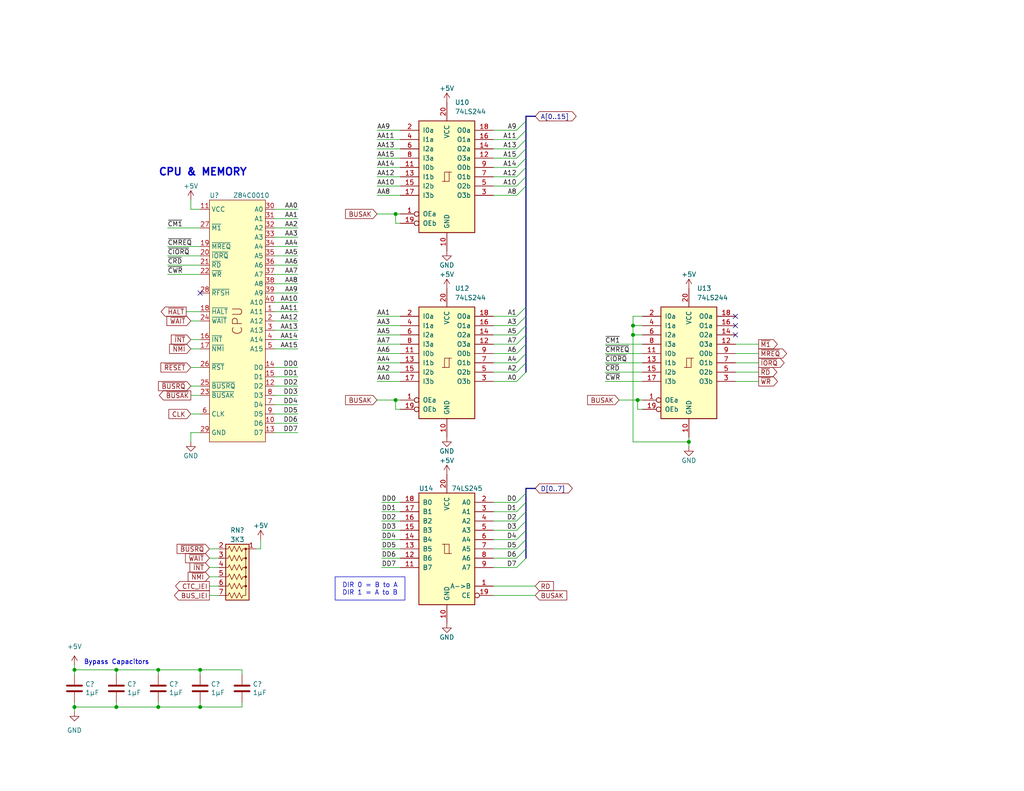
<source format=kicad_sch>
(kicad_sch (version 20230121) (generator eeschema)
  (paper "USLetter")
  (title_block (title "CPU with Flash ROM and RAM") (date "2023-09-08") (rev "2.12") (company "Frédéric Segard") (comment 1 "@microhobbyist") (comment 4 "Thank you to John Winans for his inspiration, as well as Grant Searle and Sergey Kiselev"))
  (lib_symbols
    (symbol "+5V_1" (power) (pin_names (offset 0))
      (property "Value" "+5V_1" (at 0 3.556 0))
      (symbol "+5V_1_0_1"
        (polyline (pts (xy -0.762 1.27) (xy 0 2.54)))
        (polyline (pts (xy 0 0) (xy 0 2.54)))
        (polyline (pts (xy 0 2.54) (xy 0.762 1.27)))
      )
      (symbol "+5V_1_1_1"
        (pin power_in line (at 0 0 90) (length 0) hide (name "+5V") (number "1"))
      )
    )
    (symbol "0_Library:Z84C00xx CPU"
      (property "Reference" "U" (at -7.62 1.27 0))
      (property "Value" "Z84C00xx CPU" (at 1.27 1.27 0))
      (symbol "Z84C00xx CPU_0_0"
        (text "CPU" (at 0 -33.02 900) (effects (font (size 2.54 2.54))))
      )
      (symbol "Z84C00xx CPU_0_1"
        (rectangle (start -7.62 0) (end 7.62 -66.04) (stroke (width 0.1524)) (fill (type background)))
      )
      (symbol "Z84C00xx CPU_1_1"
        (pin tri_state line (at 10.16 -30.48 180) (length 2.54) (name "A11") (number "1"))
        (pin tri_state line (at 10.16 -60.96 180) (length 2.54) (name "D6") (number "10"))
        (pin power_in line (at -10.16 -2.54 0) (length 2.54) (name "VCC") (number "11"))
        (pin tri_state line (at 10.16 -50.8 180) (length 2.54) (name "D2") (number "12"))
        (pin tri_state line (at 10.16 -63.5 180) (length 2.54) (name "D7") (number "13"))
        (pin tri_state line (at 10.16 -45.72 180) (length 2.54) (name "D0") (number "14"))
        (pin tri_state line (at 10.16 -48.26 180) (length 2.54) (name "D1") (number "15"))
        (pin input line (at -10.16 -38.1 0) (length 2.54) (name "~{INT}") (number "16"))
        (pin input line (at -10.16 -40.64 0) (length 2.54) (name "~{NMI}") (number "17"))
        (pin output line (at -10.16 -30.48 0) (length 2.54) (name "~{HALT}") (number "18"))
        (pin tri_state line (at -10.16 -12.7 0) (length 2.54) (name "~{MREQ}") (number "19"))
        (pin tri_state line (at 10.16 -33.02 180) (length 2.54) (name "A12") (number "2"))
        (pin tri_state line (at -10.16 -15.24 0) (length 2.54) (name "~{IORQ}") (number "20"))
        (pin tri_state line (at -10.16 -17.78 0) (length 2.54) (name "~{RD}") (number "21"))
        (pin tri_state line (at -10.16 -20.32 0) (length 2.54) (name "~{WR}") (number "22"))
        (pin output line (at -10.16 -53.34 0) (length 2.54) (name "~{BUSAK}") (number "23"))
        (pin input line (at -10.16 -33.02 0) (length 2.54) (name "~{WAIT}") (number "24"))
        (pin input line (at -10.16 -50.8 0) (length 2.54) (name "~{BUSRQ}") (number "25"))
        (pin input line (at -10.16 -45.72 0) (length 2.54) (name "~{RST}") (number "26"))
        (pin output line (at -10.16 -7.62 0) (length 2.54) (name "~{M1}") (number "27"))
        (pin tri_state line (at -10.16 -25.4 0) (length 2.54) (name "~{RFSH}") (number "28"))
        (pin power_in line (at -10.16 -63.5 0) (length 2.54) (name "GND") (number "29"))
        (pin tri_state line (at 10.16 -35.56 180) (length 2.54) (name "A13") (number "3"))
        (pin tri_state line (at 10.16 -2.54 180) (length 2.54) (name "A0") (number "30"))
        (pin tri_state line (at 10.16 -5.08 180) (length 2.54) (name "A1") (number "31"))
        (pin tri_state line (at 10.16 -7.62 180) (length 2.54) (name "A2") (number "32"))
        (pin tri_state line (at 10.16 -10.16 180) (length 2.54) (name "A3") (number "33"))
        (pin tri_state line (at 10.16 -12.7 180) (length 2.54) (name "A4") (number "34"))
        (pin tri_state line (at 10.16 -15.24 180) (length 2.54) (name "A5") (number "35"))
        (pin tri_state line (at 10.16 -17.78 180) (length 2.54) (name "A6") (number "36"))
        (pin tri_state line (at 10.16 -20.32 180) (length 2.54) (name "A7") (number "37"))
        (pin tri_state line (at 10.16 -22.86 180) (length 2.54) (name "A8") (number "38"))
        (pin tri_state line (at 10.16 -25.4 180) (length 2.54) (name "A9") (number "39"))
        (pin tri_state line (at 10.16 -38.1 180) (length 2.54) (name "A14") (number "4"))
        (pin tri_state line (at 10.16 -27.94 180) (length 2.54) (name "A10") (number "40"))
        (pin tri_state line (at 10.16 -40.64 180) (length 2.54) (name "A15") (number "5"))
        (pin input line (at -10.16 -58.42 0) (length 2.54) (name "CLK") (number "6"))
        (pin tri_state line (at 10.16 -55.88 180) (length 2.54) (name "D4") (number "7"))
        (pin tri_state line (at 10.16 -53.34 180) (length 2.54) (name "D3") (number "8"))
        (pin tri_state line (at 10.16 -58.42 180) (length 2.54) (name "D5") (number "9"))
      )
    )
    (symbol "74xx:74LS244" (pin_names (offset 1.016))
      (property "Reference" "U" (at -7.62 16.51 0))
      (property "Value" "74LS244" (at -7.62 -16.51 0))
      (symbol "74LS244_1_0"
        (polyline (pts (xy -0.635 -1.27) (xy -0.635 1.27) (xy 0.635 1.27)))
        (polyline (pts (xy -1.27 -1.27) (xy 0.635 -1.27) (xy 0.635 1.27) (xy 1.27 1.27)))
        (pin input inverted (at -12.7 -10.16 0) (length 5.08) (name "OEa") (number "1"))
        (pin power_in line (at 0 -20.32 90) (length 5.08) (name "GND") (number "10"))
        (pin input line (at -12.7 2.54 0) (length 5.08) (name "I0b") (number "11"))
        (pin tri_state line (at 12.7 5.08 180) (length 5.08) (name "O3a") (number "12"))
        (pin input line (at -12.7 0 0) (length 5.08) (name "I1b") (number "13"))
        (pin tri_state line (at 12.7 7.62 180) (length 5.08) (name "O2a") (number "14"))
        (pin input line (at -12.7 -2.54 0) (length 5.08) (name "I2b") (number "15"))
        (pin tri_state line (at 12.7 10.16 180) (length 5.08) (name "O1a") (number "16"))
        (pin input line (at -12.7 -5.08 0) (length 5.08) (name "I3b") (number "17"))
        (pin tri_state line (at 12.7 12.7 180) (length 5.08) (name "O0a") (number "18"))
        (pin input inverted (at -12.7 -12.7 0) (length 5.08) (name "OEb") (number "19"))
        (pin input line (at -12.7 12.7 0) (length 5.08) (name "I0a") (number "2"))
        (pin power_in line (at 0 20.32 270) (length 5.08) (name "VCC") (number "20"))
        (pin tri_state line (at 12.7 -5.08 180) (length 5.08) (name "O3b") (number "3"))
        (pin input line (at -12.7 10.16 0) (length 5.08) (name "I1a") (number "4"))
        (pin tri_state line (at 12.7 -2.54 180) (length 5.08) (name "O2b") (number "5"))
        (pin input line (at -12.7 7.62 0) (length 5.08) (name "I2a") (number "6"))
        (pin tri_state line (at 12.7 0 180) (length 5.08) (name "O1b") (number "7"))
        (pin input line (at -12.7 5.08 0) (length 5.08) (name "I3a") (number "8"))
        (pin tri_state line (at 12.7 2.54 180) (length 5.08) (name "O0b") (number "9"))
      )
      (symbol "74LS244_1_1"
        (rectangle (start -7.62 15.24) (end 7.62 -15.24) (stroke (width 0.254)) (fill (type background)))
      )
    )
    (symbol "74xx:74LS245" (pin_names (offset 1.016))
      (property "Reference" "U" (at -7.62 16.51 0))
      (property "Value" "74LS245" (at -7.62 -16.51 0))
      (symbol "74LS245_1_0"
        (polyline (pts (xy -0.635 -1.27) (xy -0.635 1.27) (xy 0.635 1.27)))
        (polyline (pts (xy -1.27 -1.27) (xy 0.635 -1.27) (xy 0.635 1.27) (xy 1.27 1.27)))
        (pin input line (at -12.7 -10.16 0) (length 5.08) (name "A->B") (number "1"))
        (pin power_in line (at 0 -20.32 90) (length 5.08) (name "GND") (number "10"))
        (pin tri_state line (at 12.7 -5.08 180) (length 5.08) (name "B7") (number "11"))
        (pin tri_state line (at 12.7 -2.54 180) (length 5.08) (name "B6") (number "12"))
        (pin tri_state line (at 12.7 0 180) (length 5.08) (name "B5") (number "13"))
        (pin tri_state line (at 12.7 2.54 180) (length 5.08) (name "B4") (number "14"))
        (pin tri_state line (at 12.7 5.08 180) (length 5.08) (name "B3") (number "15"))
        (pin tri_state line (at 12.7 7.62 180) (length 5.08) (name "B2") (number "16"))
        (pin tri_state line (at 12.7 10.16 180) (length 5.08) (name "B1") (number "17"))
        (pin tri_state line (at 12.7 12.7 180) (length 5.08) (name "B0") (number "18"))
        (pin input inverted (at -12.7 -12.7 0) (length 5.08) (name "CE") (number "19"))
        (pin tri_state line (at -12.7 12.7 0) (length 5.08) (name "A0") (number "2"))
        (pin power_in line (at 0 20.32 270) (length 5.08) (name "VCC") (number "20"))
        (pin tri_state line (at -12.7 10.16 0) (length 5.08) (name "A1") (number "3"))
        (pin tri_state line (at -12.7 7.62 0) (length 5.08) (name "A2") (number "4"))
        (pin tri_state line (at -12.7 5.08 0) (length 5.08) (name "A3") (number "5"))
        (pin tri_state line (at -12.7 2.54 0) (length 5.08) (name "A4") (number "6"))
        (pin tri_state line (at -12.7 0 0) (length 5.08) (name "A5") (number "7"))
        (pin tri_state line (at -12.7 -2.54 0) (length 5.08) (name "A6") (number "8"))
        (pin tri_state line (at -12.7 -5.08 0) (length 5.08) (name "A7") (number "9"))
      )
      (symbol "74LS245_1_1"
        (rectangle (start -7.62 15.24) (end 7.62 -15.24) (stroke (width 0.254)) (fill (type background)))
      )
    )
    (symbol "Device:C" (pin_numbers hide) (pin_names (offset 0.254))
      (property "Reference" "C" (at 0.635 2.54 0))
      (property "Value" "C" (at 0.635 -2.54 0))
      (symbol "C_0_1"
        (polyline (pts (xy -2.032 -0.762) (xy 2.032 -0.762)) (stroke (width 0.508)))
        (polyline (pts (xy -2.032 0.762) (xy 2.032 0.762)) (stroke (width 0.508)))
      )
      (symbol "C_1_1"
        (pin passive line (at 0 3.81 270) (length 2.794) (name "~") (number "1"))
        (pin passive line (at 0 -3.81 90) (length 2.794) (name "~") (number "2"))
      )
    )
    (symbol "Device:R_Network06_US" (pin_names (offset 0) hide)
      (property "Reference" "RN" (at -10.16 0 90))
      (property "Value" "R_Network06_US" (at 7.62 0 90))
      (symbol "R_Network06_US_0_1"
        (rectangle (start -8.89 -3.175) (end 6.35 3.175) (stroke (width 0.254)) (fill (type background)))
        (circle (center -7.62 2.286) (radius 0.254) (fill (type outline)))
        (circle (center -5.08 2.286) (radius 0.254) (fill (type outline)))
        (circle (center -2.54 2.286) (radius 0.254) (fill (type outline)))
        (polyline (pts (xy -7.62 2.286) (xy 5.08 2.286)))
        (polyline (pts (xy -7.62 2.286) (xy -7.62 1.524) (xy -6.858 1.1684) (xy -8.382 0.508) (xy -6.858 -0.1524) (xy -8.382 -0.8382) (xy -6.858 -1.524) (xy -8.382 -2.1844) (xy -7.62 -2.54) (xy -7.62 -3.81)))
        (polyline (pts (xy -5.08 2.286) (xy -5.08 1.524) (xy -4.318 1.1684) (xy -5.842 0.508) (xy -4.318 -0.1524) (xy -5.842 -0.8382) (xy -4.318 -1.524) (xy -5.842 -2.1844) (xy -5.08 -2.54) (xy -5.08 -3.81)))
        (polyline (pts (xy -2.54 2.286) (xy -2.54 1.524) (xy -1.778 1.1684) (xy -3.302 0.508) (xy -1.778 -0.1524) (xy -3.302 -0.8382) (xy -1.778 -1.524) (xy -3.302 -2.1844) (xy -2.54 -2.54) (xy -2.54 -3.81)))
        (polyline (pts (xy 0 2.286) (xy 0 1.524) (xy 0.762 1.1684) (xy -0.762 0.508) (xy 0.762 -0.1524) (xy -0.762 -0.8382) (xy 0.762 -1.524) (xy -0.762 -2.1844) (xy 0 -2.54) (xy 0 -3.81)))
        (polyline (pts (xy 2.54 2.286) (xy 2.54 1.524) (xy 3.302 1.1684) (xy 1.778 0.508) (xy 3.302 -0.1524) (xy 1.778 -0.8382) (xy 3.302 -1.524) (xy 1.778 -2.1844) (xy 2.54 -2.54) (xy 2.54 -3.81)))
        (polyline (pts (xy 5.08 2.286) (xy 5.08 1.524) (xy 5.842 1.1684) (xy 4.318 0.508) (xy 5.842 -0.1524) (xy 4.318 -0.8382) (xy 5.842 -1.524) (xy 4.318 -2.1844) (xy 5.08 -2.54) (xy 5.08 -3.81)))
        (circle (center 0 2.286) (radius 0.254) (fill (type outline)))
        (circle (center 2.54 2.286) (radius 0.254) (fill (type outline)))
      )
      (symbol "R_Network06_US_1_1"
        (pin passive line (at -7.62 5.08 270) (length 2.54) (name "common") (number "1"))
        (pin passive line (at -7.62 -5.08 90) (length 1.27) (name "R1") (number "2"))
        (pin passive line (at -5.08 -5.08 90) (length 1.27) (name "R2") (number "3"))
        (pin passive line (at -2.54 -5.08 90) (length 1.27) (name "R3") (number "4"))
        (pin passive line (at 0 -5.08 90) (length 1.27) (name "R4") (number "5"))
        (pin passive line (at 2.54 -5.08 90) (length 1.27) (name "R5") (number "6"))
        (pin passive line (at 5.08 -5.08 90) (length 1.27) (name "R6") (number "7"))
      )
    )
    (symbol "GND_1" (power) (pin_names (offset 0))
      (property "Value" "GND_1" (at 0 -3.81 0))
      (symbol "GND_1_0_1"
        (polyline (pts (xy 0 0) (xy 0 -1.27) (xy 1.27 -1.27) (xy 0 -2.54) (xy -1.27 -1.27) (xy 0 -1.27)))
      )
      (symbol "GND_1_1_1"
        (pin power_in line (at 0 0 270) (length 0) hide (name "GND") (number "1"))
      )
    )
  )
  (junction (at 31.75 193.04))
  (junction (at 20.32 193.04))
  (junction (at 172.72 91.44))
  (junction (at 187.96 120.65))
  (junction (at 43.18 182.88))
  (junction (at 172.72 88.9))
  (junction (at 54.61 182.88))
  (junction (at 54.61 193.04))
  (junction (at 107.95 58.42))
  (junction (at 43.18 193.04))
  (junction (at 20.32 182.88))
  (junction (at 107.95 109.22))
  (junction (at 31.75 182.88))
  (junction (at 173.99 109.22))
  (no_connect (at 200.66 88.9))
  (no_connect (at 54.61 80.01))
  (no_connect (at 200.66 86.36))
  (no_connect (at 200.66 91.44))
  (bus_entry (at 140.97 99.06) (size 2.54 -2.54))
  (bus_entry (at 140.97 139.7) (size 2.54 -2.54))
  (bus_entry (at 140.97 101.6) (size 2.54 -2.54))
  (bus_entry (at 140.97 88.9) (size 2.54 -2.54))
  (bus_entry (at 140.97 96.52) (size 2.54 -2.54))
  (bus_entry (at 140.97 43.18) (size 2.54 -2.54))
  (bus_entry (at 140.97 147.32) (size 2.54 -2.54))
  (bus_entry (at 140.97 104.14) (size 2.54 -2.54))
  (bus_entry (at 140.97 45.72) (size 2.54 -2.54))
  (bus_entry (at 140.97 142.24) (size 2.54 -2.54))
  (bus_entry (at 140.97 48.26) (size 2.54 -2.54))
  (bus_entry (at 140.97 35.56) (size 2.54 -2.54))
  (bus_entry (at 140.97 38.1) (size 2.54 -2.54))
  (bus_entry (at 140.97 91.44) (size 2.54 -2.54))
  (bus_entry (at 140.97 86.36) (size 2.54 -2.54))
  (bus_entry (at 140.97 154.94) (size 2.54 -2.54))
  (bus_entry (at 140.97 40.64) (size 2.54 -2.54))
  (bus_entry (at 140.97 53.34) (size 2.54 -2.54))
  (bus_entry (at 140.97 152.4) (size 2.54 -2.54))
  (bus_entry (at 140.97 149.86) (size 2.54 -2.54))
  (bus_entry (at 140.97 144.78) (size 2.54 -2.54))
  (bus_entry (at 140.97 50.8) (size 2.54 -2.54))
  (bus_entry (at 140.97 93.98) (size 2.54 -2.54))
  (bus_entry (at 140.97 137.16) (size 2.54 -2.54))
  (bus (pts (xy 143.51 38.1) (xy 143.51 35.56)))
  (wire (pts (xy 102.87 53.34) (xy 109.22 53.34)))
  (wire (pts (xy 74.93 118.11) (xy 81.28 118.11)))
  (wire (pts (xy 52.07 105.41) (xy 54.61 105.41)))
  (wire (pts (xy 102.87 48.26) (xy 109.22 48.26)))
  (wire (pts (xy 104.14 137.16) (xy 109.22 137.16)))
  (bus (pts (xy 143.51 91.44) (xy 143.51 88.9)))
  (wire (pts (xy 74.93 102.87) (xy 81.28 102.87)))
  (bus (pts (xy 143.51 99.06) (xy 143.51 96.52)))
  (wire (pts (xy 20.32 191.77) (xy 20.32 193.04)))
  (wire (pts (xy 104.14 152.4) (xy 109.22 152.4)))
  (wire (pts (xy 50.8 85.09) (xy 54.61 85.09)))
  (wire (pts (xy 31.75 193.04) (xy 43.18 193.04)))
  (bus (pts (xy 143.51 139.7) (xy 143.51 137.16)))
  (wire (pts (xy 52.07 54.61) (xy 52.07 57.15)))
  (wire (pts (xy 31.75 191.77) (xy 31.75 193.04)))
  (bus (pts (xy 143.51 45.72) (xy 143.51 43.18)))
  (wire (pts (xy 43.18 184.15) (xy 43.18 182.88)))
  (wire (pts (xy 57.15 152.4) (xy 59.69 152.4)))
  (wire (pts (xy 172.72 91.44) (xy 172.72 120.65)))
  (wire (pts (xy 165.1 104.14) (xy 175.26 104.14)))
  (wire (pts (xy 165.1 99.06) (xy 175.26 99.06)))
  (wire (pts (xy 43.18 193.04) (xy 54.61 193.04)))
  (wire (pts (xy 52.07 92.71) (xy 54.61 92.71)))
  (bus (pts (xy 143.51 133.35) (xy 146.05 133.35)))
  (wire (pts (xy 102.87 99.06) (xy 109.22 99.06)))
  (wire (pts (xy 104.14 154.94) (xy 109.22 154.94)))
  (wire (pts (xy 54.61 118.11) (xy 52.07 118.11)))
  (wire (pts (xy 54.61 184.15) (xy 54.61 182.88)))
  (wire (pts (xy 102.87 86.36) (xy 109.22 86.36)))
  (wire (pts (xy 45.72 67.31) (xy 54.61 67.31)))
  (wire (pts (xy 74.93 105.41) (xy 81.28 105.41)))
  (wire (pts (xy 20.32 181.61) (xy 20.32 182.88)))
  (wire (pts (xy 74.93 69.85) (xy 81.28 69.85)))
  (wire (pts (xy 134.62 35.56) (xy 140.97 35.56)))
  (wire (pts (xy 74.93 87.63) (xy 81.28 87.63)))
  (bus (pts (xy 143.51 149.86) (xy 143.51 147.32)))
  (wire (pts (xy 102.87 43.18) (xy 109.22 43.18)))
  (wire (pts (xy 57.15 157.48) (xy 59.69 157.48)))
  (wire (pts (xy 173.99 109.22) (xy 173.99 111.76)))
  (bus (pts (xy 143.51 101.6) (xy 143.51 99.06)))
  (bus (pts (xy 143.51 40.64) (xy 143.51 38.1)))
  (wire (pts (xy 200.66 93.98) (xy 207.01 93.98)))
  (wire (pts (xy 74.93 59.69) (xy 81.28 59.69)))
  (wire (pts (xy 134.62 99.06) (xy 140.97 99.06)))
  (wire (pts (xy 57.15 160.02) (xy 59.69 160.02)))
  (wire (pts (xy 134.62 137.16) (xy 140.97 137.16)))
  (bus (pts (xy 143.51 144.78) (xy 143.51 142.24)))
  (bus (pts (xy 143.51 147.32) (xy 143.51 144.78)))
  (wire (pts (xy 187.96 120.65) (xy 187.96 119.38)))
  (wire (pts (xy 71.12 149.86) (xy 69.85 149.86)))
  (wire (pts (xy 31.75 182.88) (xy 20.32 182.88)))
  (wire (pts (xy 134.62 142.24) (xy 140.97 142.24)))
  (wire (pts (xy 74.93 82.55) (xy 81.28 82.55)))
  (wire (pts (xy 134.62 53.34) (xy 140.97 53.34)))
  (wire (pts (xy 43.18 182.88) (xy 31.75 182.88)))
  (wire (pts (xy 54.61 57.15) (xy 52.07 57.15)))
  (bus (pts (xy 143.51 33.02) (xy 143.51 31.75)))
  (wire (pts (xy 134.62 40.64) (xy 140.97 40.64)))
  (wire (pts (xy 102.87 40.64) (xy 109.22 40.64)))
  (wire (pts (xy 102.87 91.44) (xy 109.22 91.44)))
  (bus (pts (xy 143.51 48.26) (xy 143.51 45.72)))
  (wire (pts (xy 134.62 144.78) (xy 140.97 144.78)))
  (wire (pts (xy 74.93 100.33) (xy 81.28 100.33)))
  (wire (pts (xy 74.93 113.03) (xy 81.28 113.03)))
  (wire (pts (xy 104.14 142.24) (xy 109.22 142.24)))
  (bus (pts (xy 143.51 88.9) (xy 143.51 86.36)))
  (wire (pts (xy 172.72 88.9) (xy 175.26 88.9)))
  (wire (pts (xy 57.15 154.94) (xy 59.69 154.94)))
  (wire (pts (xy 107.95 58.42) (xy 107.95 60.96)))
  (wire (pts (xy 107.95 111.76) (xy 109.22 111.76)))
  (wire (pts (xy 200.66 99.06) (xy 207.01 99.06)))
  (wire (pts (xy 107.95 109.22) (xy 107.95 111.76)))
  (wire (pts (xy 74.93 115.57) (xy 81.28 115.57)))
  (wire (pts (xy 54.61 193.04) (xy 66.04 193.04)))
  (wire (pts (xy 187.96 121.92) (xy 187.96 120.65)))
  (bus (pts (xy 143.51 35.56) (xy 143.51 33.02)))
  (bus (pts (xy 143.51 50.8) (xy 143.51 83.82)))
  (wire (pts (xy 104.14 139.7) (xy 109.22 139.7)))
  (wire (pts (xy 168.91 109.22) (xy 173.99 109.22)))
  (wire (pts (xy 200.66 96.52) (xy 207.01 96.52)))
  (wire (pts (xy 45.72 62.23) (xy 54.61 62.23)))
  (wire (pts (xy 102.87 104.14) (xy 109.22 104.14)))
  (wire (pts (xy 146.05 160.02) (xy 134.62 160.02)))
  (wire (pts (xy 74.93 92.71) (xy 81.28 92.71)))
  (bus (pts (xy 143.51 93.98) (xy 143.51 91.44)))
  (wire (pts (xy 52.07 113.03) (xy 54.61 113.03)))
  (wire (pts (xy 74.93 77.47) (xy 81.28 77.47)))
  (bus (pts (xy 143.51 86.36) (xy 143.51 83.82)))
  (wire (pts (xy 43.18 191.77) (xy 43.18 193.04)))
  (wire (pts (xy 52.07 107.95) (xy 54.61 107.95)))
  (wire (pts (xy 45.72 72.39) (xy 54.61 72.39)))
  (wire (pts (xy 74.93 72.39) (xy 81.28 72.39)))
  (wire (pts (xy 134.62 152.4) (xy 140.97 152.4)))
  (wire (pts (xy 134.62 91.44) (xy 140.97 91.44)))
  (wire (pts (xy 52.07 100.33) (xy 54.61 100.33)))
  (wire (pts (xy 74.93 90.17) (xy 81.28 90.17)))
  (wire (pts (xy 165.1 93.98) (xy 175.26 93.98)))
  (wire (pts (xy 102.87 35.56) (xy 109.22 35.56)))
  (wire (pts (xy 134.62 154.94) (xy 140.97 154.94)))
  (wire (pts (xy 45.72 74.93) (xy 54.61 74.93)))
  (wire (pts (xy 20.32 182.88) (xy 20.32 184.15)))
  (wire (pts (xy 134.62 86.36) (xy 140.97 86.36)))
  (wire (pts (xy 66.04 182.88) (xy 54.61 182.88)))
  (bus (pts (xy 143.51 137.16) (xy 143.51 134.62)))
  (wire (pts (xy 102.87 93.98) (xy 109.22 93.98)))
  (wire (pts (xy 74.93 110.49) (xy 81.28 110.49)))
  (wire (pts (xy 52.07 87.63) (xy 54.61 87.63)))
  (wire (pts (xy 102.87 50.8) (xy 109.22 50.8)))
  (wire (pts (xy 175.26 86.36) (xy 172.72 86.36)))
  (wire (pts (xy 104.14 149.86) (xy 109.22 149.86)))
  (wire (pts (xy 173.99 109.22) (xy 175.26 109.22)))
  (wire (pts (xy 134.62 93.98) (xy 140.97 93.98)))
  (bus (pts (xy 143.51 96.52) (xy 143.51 93.98)))
  (wire (pts (xy 172.72 88.9) (xy 172.72 91.44)))
  (bus (pts (xy 143.51 134.62) (xy 143.51 133.35)))
  (wire (pts (xy 134.62 38.1) (xy 140.97 38.1)))
  (wire (pts (xy 74.93 62.23) (xy 81.28 62.23)))
  (wire (pts (xy 102.87 45.72) (xy 109.22 45.72)))
  (wire (pts (xy 31.75 184.15) (xy 31.75 182.88)))
  (wire (pts (xy 54.61 182.88) (xy 43.18 182.88)))
  (wire (pts (xy 102.87 96.52) (xy 109.22 96.52)))
  (bus (pts (xy 143.51 43.18) (xy 143.51 40.64)))
  (bus (pts (xy 143.51 152.4) (xy 143.51 149.86)))
  (wire (pts (xy 45.72 69.85) (xy 54.61 69.85)))
  (wire (pts (xy 134.62 104.14) (xy 140.97 104.14)))
  (wire (pts (xy 104.14 144.78) (xy 109.22 144.78)))
  (wire (pts (xy 74.93 74.93) (xy 81.28 74.93)))
  (wire (pts (xy 57.15 149.86) (xy 59.69 149.86)))
  (wire (pts (xy 74.93 85.09) (xy 81.28 85.09)))
  (wire (pts (xy 134.62 101.6) (xy 140.97 101.6)))
  (wire (pts (xy 134.62 45.72) (xy 140.97 45.72)))
  (wire (pts (xy 20.32 193.04) (xy 31.75 193.04)))
  (wire (pts (xy 134.62 149.86) (xy 140.97 149.86)))
  (wire (pts (xy 102.87 109.22) (xy 107.95 109.22)))
  (wire (pts (xy 134.62 162.56) (xy 146.05 162.56)))
  (wire (pts (xy 165.1 96.52) (xy 175.26 96.52)))
  (wire (pts (xy 102.87 101.6) (xy 109.22 101.6)))
  (wire (pts (xy 107.95 60.96) (xy 109.22 60.96)))
  (bus (pts (xy 143.51 142.24) (xy 143.51 139.7)))
  (wire (pts (xy 134.62 139.7) (xy 140.97 139.7)))
  (wire (pts (xy 52.07 118.11) (xy 52.07 120.65)))
  (wire (pts (xy 134.62 88.9) (xy 140.97 88.9)))
  (wire (pts (xy 134.62 96.52) (xy 140.97 96.52)))
  (wire (pts (xy 134.62 50.8) (xy 140.97 50.8)))
  (wire (pts (xy 172.72 86.36) (xy 172.72 88.9)))
  (wire (pts (xy 107.95 58.42) (xy 109.22 58.42)))
  (wire (pts (xy 74.93 95.25) (xy 81.28 95.25)))
  (wire (pts (xy 74.93 67.31) (xy 81.28 67.31)))
  (wire (pts (xy 66.04 184.15) (xy 66.04 182.88)))
  (wire (pts (xy 57.15 162.56) (xy 59.69 162.56)))
  (wire (pts (xy 175.26 111.76) (xy 173.99 111.76)))
  (bus (pts (xy 143.51 50.8) (xy 143.51 48.26)))
  (wire (pts (xy 134.62 147.32) (xy 140.97 147.32)))
  (wire (pts (xy 74.93 57.15) (xy 81.28 57.15)))
  (wire (pts (xy 102.87 58.42) (xy 107.95 58.42)))
  (wire (pts (xy 102.87 38.1) (xy 109.22 38.1)))
  (wire (pts (xy 52.07 95.25) (xy 54.61 95.25)))
  (wire (pts (xy 74.93 64.77) (xy 81.28 64.77)))
  (wire (pts (xy 172.72 120.65) (xy 187.96 120.65)))
  (wire (pts (xy 172.72 91.44) (xy 175.26 91.44)))
  (wire (pts (xy 134.62 43.18) (xy 140.97 43.18)))
  (wire (pts (xy 66.04 191.77) (xy 66.04 193.04)))
  (wire (pts (xy 71.12 147.32) (xy 71.12 149.86)))
  (wire (pts (xy 54.61 191.77) (xy 54.61 193.04)))
  (wire (pts (xy 20.32 193.04) (xy 20.32 194.31)))
  (wire (pts (xy 200.66 104.14) (xy 207.01 104.14)))
  (wire (pts (xy 74.93 80.01) (xy 81.28 80.01)))
  (wire (pts (xy 74.93 107.95) (xy 81.28 107.95)))
  (bus (pts (xy 143.51 31.75) (xy 146.05 31.75)))
  (wire (pts (xy 134.62 48.26) (xy 140.97 48.26)))
  (wire (pts (xy 104.14 147.32) (xy 109.22 147.32)))
  (wire (pts (xy 165.1 101.6) (xy 175.26 101.6)))
  (wire (pts (xy 107.95 109.22) (xy 109.22 109.22)))
  (wire (pts (xy 102.87 88.9) (xy 109.22 88.9)))
  (wire (pts (xy 200.66 101.6) (xy 207.01 101.6)))
  (text_box "DIR 0 = B to A\nDIR 1 = A to B" (at 91.44 157.48 0) (size 19.05 6.35) (effects (font (size 1.27 1.27))))
  (text "Bypass Capacitors" (at 22.86 181.61 0) (effects (font (size 1.27 1.27)) (justify left bottom)))
  (text "Bypass Capacitors" (at 22.86 181.61 0) (effects (font (size 1.27 1.27)) (justify left bottom)))
  (text "CPU & MEMORY" (at 43.18 48.26 0) (effects (font (size 2 2) (thickness 0.4) bold) (justify left bottom)))
  (label "AA9" (at 102.87 35.56 0))
  (label "AA9" (at 81.28 80.01 180))
  (label "A1" (at 140.97 86.36 180))
  (label "D6" (at 140.97 152.4 180))
  (label "AA11" (at 102.87 38.1 0))
  (label "A13" (at 140.97 40.64 180))
  (label "AA5" (at 81.28 69.85 180))
  (label "AA10" (at 102.87 50.8 0))
  (label "A14" (at 140.97 45.72 180))
  (label "AA14" (at 81.28 92.71 180))
  (label "D5" (at 140.97 149.86 180))
  (label "AA6" (at 81.28 72.39 180))
  (label "DD1" (at 81.28 102.87 180))
  (label "AA2" (at 81.28 62.23 180))
  (label "~{CRD}" (at 45.72 72.39 0))
  (label "A11" (at 140.97 38.1 180))
  (label "~{CWR}" (at 165.1 104.14 0))
  (label "DD2" (at 81.28 105.41 180))
  (label "AA12" (at 81.28 87.63 180))
  (label "AA0" (at 102.87 104.14 0))
  (label "A3" (at 140.97 88.9 180))
  (label "DD1" (at 104.14 139.7 0))
  (label "D1" (at 140.97 139.7 180))
  (label "A4" (at 140.97 99.06 180))
  (label "AA8" (at 81.28 77.47 180))
  (label "DD3" (at 81.28 107.95 180))
  (label "~{CWR}" (at 45.72 74.93 0))
  (label "DD4" (at 81.28 110.49 180))
  (label "~{CIORQ}" (at 165.1 99.06 0))
  (label "D7" (at 140.97 154.94 180))
  (label "AA3" (at 102.87 88.9 0))
  (label "DD3" (at 104.14 144.78 0))
  (label "AA8" (at 102.87 53.34 0))
  (label "AA11" (at 81.28 85.09 180))
  (label "AA1" (at 102.87 86.36 0))
  (label "~{CRD}" (at 165.1 101.6 0))
  (label "A15" (at 140.97 43.18 180))
  (label "A8" (at 140.97 53.34 180))
  (label "AA4" (at 102.87 99.06 0))
  (label "AA4" (at 81.28 67.31 180))
  (label "~{CIORQ}" (at 45.72 69.85 0))
  (label "~{CMREQ}" (at 45.72 67.31 0))
  (label "A7" (at 140.97 93.98 180))
  (label "DD0" (at 81.28 100.33 180))
  (label "AA7" (at 81.28 74.93 180))
  (label "D4" (at 140.97 147.32 180))
  (label "DD6" (at 104.14 152.4 0))
  (label "AA10" (at 81.28 82.55 180))
  (label "AA0" (at 81.28 57.15 180))
  (label "A10" (at 140.97 50.8 180))
  (label "AA7" (at 102.87 93.98 0))
  (label "~{CM1}" (at 45.72 62.23 0))
  (label "D2" (at 140.97 142.24 180))
  (label "A0" (at 140.97 104.14 180))
  (label "AA14" (at 102.87 45.72 0))
  (label "A12" (at 140.97 48.26 180))
  (label "AA3" (at 81.28 64.77 180))
  (label "AA2" (at 102.87 101.6 0))
  (label "AA15" (at 81.28 95.25 180))
  (label "DD6" (at 81.28 115.57 180))
  (label "DD5" (at 104.14 149.86 0))
  (label "DD7" (at 104.14 154.94 0))
  (label "A6" (at 140.97 96.52 180))
  (label "DD7" (at 81.28 118.11 180))
  (label "DD4" (at 104.14 147.32 0))
  (label "AA12" (at 102.87 48.26 0))
  (label "A5" (at 140.97 91.44 180))
  (label "AA13" (at 81.28 90.17 180))
  (label "DD5" (at 81.28 113.03 180))
  (label "A2" (at 140.97 101.6 180))
  (label "AA1" (at 81.28 59.69 180))
  (label "AA15" (at 102.87 43.18 0))
  (label "~{CMREQ}" (at 165.1 96.52 0))
  (label "A9" (at 140.97 35.56 180))
  (label "~{CM1}" (at 165.1 93.98 0))
  (label "AA13" (at 102.87 40.64 0))
  (label "DD2" (at 104.14 142.24 0))
  (label "DD0" (at 104.14 137.16 0))
  (label "AA5" (at 102.87 91.44 0))
  (label "AA6" (at 102.87 96.52 0))
  (label "D0" (at 140.97 137.16 180))
  (label "D3" (at 140.97 144.78 180))
  (global_label "CTC_IEI" (shape output) (at 57.15 160.02 180) (property "Intersheetrefs" "${INTERSHEET_REFS}" (effects hide)))
  (global_label "RD" (shape input) (at 146.05 160.02 0) (property "Intersheetrefs" "${INTERSHEET_REFS}" (effects hide)))
  (global_label "~{M1}" (shape output) (at 207.01 93.98 0) (property "Intersheetrefs" "${INTERSHEET_REFS}" (effects hide)))
  (global_label "BUSAK" (shape input) (at 168.91 109.22 180) (property "Intersheetrefs" "${INTERSHEET_REFS}" (effects hide)))
  (global_label "~{BUSAK}" (shape output) (at 52.07 107.95 180) (property "Intersheetrefs" "${INTERSHEET_REFS}" (effects hide)))
  (global_label "~{RESET}" (shape input) (at 52.07 100.33 180) (property "Intersheetrefs" "${INTERSHEET_REFS}" (effects hide)))
  (global_label "BUSAK" (shape input) (at 146.05 162.56 0) (property "Intersheetrefs" "${INTERSHEET_REFS}" (effects hide)))
  (global_label "~{IORQ}" (shape output) (at 207.01 99.06 0) (property "Intersheetrefs" "${INTERSHEET_REFS}" (effects hide)))
  (global_label "~{INT}" (shape input) (at 52.07 92.71 180) (property "Intersheetrefs" "${INTERSHEET_REFS}" (effects hide)))
  (global_label "~{WAIT}" (shape input) (at 57.15 152.4 180) (property "Intersheetrefs" "${INTERSHEET_REFS}" (effects hide)))
  (global_label "~{BUSRQ}" (shape input) (at 57.15 149.86 180) (property "Intersheetrefs" "${INTERSHEET_REFS}" (effects hide)))
  (global_label "A[0..15]" (shape tri_state) (at 146.05 31.75 0) (property "Intersheetrefs" "${INTERSHEET_REFS}" (effects hide)))
  (global_label "~{RD}" (shape output) (at 207.01 101.6 0) (property "Intersheetrefs" "${INTERSHEET_REFS}" (effects hide)))
  (global_label "~{INT}" (shape input) (at 57.15 154.94 180) (property "Intersheetrefs" "${INTERSHEET_REFS}" (effects hide)))
  (global_label "BUS_IEI" (shape output) (at 57.15 162.56 180) (property "Intersheetrefs" "${INTERSHEET_REFS}" (effects hide)))
  (global_label "~{NMI}" (shape input) (at 52.07 95.25 180) (property "Intersheetrefs" "${INTERSHEET_REFS}" (effects hide)))
  (global_label "~{HALT}" (shape output) (at 50.8 85.09 180) (property "Intersheetrefs" "${INTERSHEET_REFS}" (effects hide)))
  (global_label "D[0..7]" (shape tri_state) (at 146.05 133.35 0) (property "Intersheetrefs" "${INTERSHEET_REFS}" (effects hide)))
  (global_label "CLK" (shape input) (at 52.07 113.03 180) (property "Intersheetrefs" "${INTERSHEET_REFS}" (effects hide)))
  (global_label "~{NMI}" (shape input) (at 57.15 157.48 180) (property "Intersheetrefs" "${INTERSHEET_REFS}" (effects hide)))
  (global_label "~{WR}" (shape output) (at 207.01 104.14 0) (property "Intersheetrefs" "${INTERSHEET_REFS}" (effects hide)))
  (global_label "~{BUSRQ}" (shape input) (at 52.07 105.41 180) (property "Intersheetrefs" "${INTERSHEET_REFS}" (effects hide)))
  (global_label "BUSAK" (shape input) (at 102.87 58.42 180) (property "Intersheetrefs" "${INTERSHEET_REFS}" (effects hide)))
  (global_label "~{MREQ}" (shape output) (at 207.01 96.52 0) (property "Intersheetrefs" "${INTERSHEET_REFS}" (effects hide)))
  (global_label "BUSAK" (shape input) (at 102.87 109.22 180) (property "Intersheetrefs" "${INTERSHEET_REFS}" (effects hide)))
  (global_label "~{WAIT}" (shape input) (at 52.07 87.63 180) (property "Intersheetrefs" "${INTERSHEET_REFS}" (effects hide)))
  (symbol (lib_name "+5V_1") (lib_id "power:+5V") (at 187.96 78.74 0) (unit 1)
    (property "Reference" "#PWR?" (effects hide))
    (property "Value" "+5V" (at 187.96 74.93 0))
    (instances (project "1 - Main CPU board with basic peripherals (rev5)" (path "" (reference "#PWR?") (unit 1))) (project "2 - CPU and memory card with the essential peripherals" (path "" (reference "#PWR?") (unit 1))) (project "2 - CPU and core components (Rev 2.2)" (path "" (reference "#PWR?") (unit 1)) (path "" (reference "#PWR044") (unit 1))))
  )
  (symbol (lib_name "+5V_1") (lib_id "power:+5V") (at 20.32 181.61 0) (unit 1)
    (property "Reference" "#PWR?" (effects hide))
    (property "Value" "+5V" (at 20.32 176.53 0))
    (instances (project "1 - Main CPU board with basic peripherals (rev5)" (path "" (reference "#PWR?") (unit 1)) (path "" (reference "#PWR?") (unit 1))) (project "2 - CPU and memory card with the essential peripherals" (path "" (reference "#PWR?") (unit 1))) (project "3 - Quad Serial card v3" (path "" (reference "#PWR?") (unit 1)) (path "" (reference "#PWR?") (unit 1))) (project "2 - CPU and core components (Rev 2.2)" (path "" (reference "#PWR?") (unit 1)) (path "" (reference "#PWR?") (unit 1)) (path "" (reference "#PWR051") (unit 1))))
  )
  (symbol (lib_id "Device:C") (at 54.61 187.96 0) (unit 1)
    (property "Reference" "C?" (at 57.531 186.7916 0) (effects (justify left)))
    (property "Value" "1µF" (at 57.531 189.103 0) (effects (justify left)))
    (property "Footprint" "Capacitor_THT:C_Disc_D3.4mm_W2.1mm_P2.50mm" (effects hide))
    (instances (project "1 - Main CPU board with basic peripherals (rev5)" (path "" (reference "C?") (unit 1)) (path "" (reference "C?") (unit 1))) (project "2 - CPU and memory card with the essential peripherals" (path "" (reference "C?") (unit 1))) (project "3 - Quad Serial card v3" (path "" (reference "C?") (unit 1)) (path "" (reference "C?") (unit 1))) (project "2 - CPU and core components (Rev 2.2)" (path "" (reference "C?") (unit 1)) (path "" (reference "C?") (unit 1)) (path "" (reference "C15") (unit 1))))
  )
  (symbol (lib_id "74xx:74LS244") (at 121.92 48.26 0) (unit 1)
    (property "Reference" "U10" (at 124.1141 27.94 0) (effects (justify left)))
    (property "Value" "74LS244" (at 124.1141 30.48 0) (effects (justify left)))
    (property "Footprint" "Package_DIP:DIP-20_W7.62mm_Socket" (effects hide))
    (property "Datasheet" "http://www.ti.com/lit/ds/symlink/sn74ls244.pdf" (effects hide))
  )
  (symbol (lib_id "74xx:74LS244") (at 187.96 99.06 0) (unit 1)
    (property "Reference" "U13" (at 190.1541 78.74 0) (effects (justify left)))
    (property "Value" "74LS244" (at 190.1541 81.28 0) (effects (justify left)))
    (property "Footprint" "Package_DIP:DIP-20_W7.62mm_Socket" (effects hide))
    (property "Datasheet" "http://www.ti.com/lit/ds/symlink/sn74ls244.pdf" (effects hide))
  )
  (symbol (lib_name "+5V_1") (lib_id "power:+5V") (at 52.07 54.61 0) (unit 1)
    (property "Reference" "#PWR?" (effects hide))
    (property "Value" "+5V" (at 52.07 50.8 0))
    (instances (project "1 - Main CPU board with basic peripherals (rev5)" (path "" (reference "#PWR?") (unit 1))) (project "2 - CPU and memory card with the essential peripherals" (path "" (reference "#PWR?") (unit 1))) (project "2 - CPU and core components (Rev 2.2)" (path "" (reference "#PWR?") (unit 1)) (path "" (reference "#PWR041") (unit 1))))
  )
  (symbol (lib_name "GND_1") (lib_id "power:GND") (at 121.92 119.38 0) (unit 1)
    (property "Reference" "#PWR?" (effects hide))
    (property "Value" "GND" (at 121.92 123.19 0))
    (instances (project "1 - Main CPU board with basic peripherals (rev5)" (path "" (reference "#PWR?") (unit 1))) (project "2 - CPU and memory card with the essential peripherals" (path "" (reference "#PWR?") (unit 1)) (path "" (reference "#PWR?") (unit 1)) (path "" (reference "#PWR?") (unit 1))) (project "2 - CPU and core components (Rev 2.2)" (path "" (reference "#PWR?") (unit 1)) (path "" (reference "#PWR045") (unit 1))))
  )
  (symbol (lib_name "GND_1") (lib_id "power:GND") (at 52.07 120.65 0) (unit 1)
    (property "Reference" "#PWR?" (effects hide))
    (property "Value" "GND" (at 52.07 124.46 0))
    (instances (project "1 - Main CPU board with basic peripherals (rev5)" (path "" (reference "#PWR?") (unit 1))) (project "2 - CPU and memory card with the essential peripherals" (path "" (reference "#PWR?") (unit 1)) (path "" (reference "#PWR?") (unit 1)) (path "" (reference "#PWR?") (unit 1))) (project "2 - CPU and core components (Rev 2.2)" (path "" (reference "#PWR?") (unit 1)) (path "" (reference "#PWR046") (unit 1))))
  )
  (symbol (lib_name "+5V_1") (lib_id "power:+5V") (at 121.92 78.74 0) (unit 1)
    (property "Reference" "#PWR?" (effects hide))
    (property "Value" "+5V" (at 121.92 74.93 0))
    (instances (project "1 - Main CPU board with basic peripherals (rev5)" (path "" (reference "#PWR?") (unit 1))) (project "2 - CPU and memory card with the essential peripherals" (path "" (reference "#PWR?") (unit 1))) (project "2 - CPU and core components (Rev 2.2)" (path "" (reference "#PWR?") (unit 1)) (path "" (reference "#PWR043") (unit 1))))
  )
  (symbol (lib_id "Device:C") (at 31.75 187.96 0) (unit 1)
    (property "Reference" "C?" (at 34.671 186.7916 0) (effects (justify left)))
    (property "Value" "1µF" (at 34.671 189.103 0) (effects (justify left)))
    (property "Footprint" "Capacitor_THT:C_Disc_D3.4mm_W2.1mm_P2.50mm" (effects hide))
    (instances (project "1 - Main CPU board with basic peripherals (rev5)" (path "" (reference "C?") (unit 1)) (path "" (reference "C?") (unit 1))) (project "2 - CPU and memory card with the essential peripherals" (path "" (reference "C?") (unit 1))) (project "3 - Quad Serial card v3" (path "" (reference "C?") (unit 1)) (path "" (reference "C?") (unit 1))) (project "2 - CPU and core components (Rev 2.2)" (path "" (reference "C?") (unit 1)) (path "" (reference "C?") (unit 1)) (path "" (reference "C13") (unit 1))))
  )
  (symbol (lib_id "0_Library:Z84C00xx CPU") (at 64.77 54.61 0) (unit 1)
    (property "Reference" "U?" (at 57.15 53.34 0) (effects (justify left)))
    (property "Value" "Z84C0010" (at 68.58 53.34 0))
    (property "Footprint" "Package_DIP:DIP-40_W15.24mm_Socket" (effects hide))
    (property "Datasheet" "https://www.mouser.ca/datasheet/2/240/ps0178-2584834.pdf" (effects hide))
    (instances (project "1 - Main CPU board with basic peripherals (rev5)" (path "" (reference "U?") (unit 1))) (project "2 - CPU and memory card with the essential peripherals" (path "" (reference "U?") (unit 1))) (project "" (path "" (reference "U?") (unit 1))) (project "2 - CPU and core components (Rev 2.2)" (path "" (reference "U?") (unit 1)) (path "" (reference "U11") (unit 1))))
  )
  (symbol (lib_name "GND_1") (lib_id "power:GND") (at 20.32 194.31 0) (unit 1)
    (property "Reference" "#PWR?" (effects hide))
    (property "Value" "GND" (at 20.32 199.39 0))
    (instances (project "1 - Main CPU board with basic peripherals (rev5)" (path "" (reference "#PWR?") (unit 1)) (path "" (reference "#PWR?") (unit 1))) (project "2 - CPU and memory card with the essential peripherals" (path "" (reference "#PWR?") (unit 1))) (project "3 - Quad Serial card v3" (path "" (reference "#PWR?") (unit 1)) (path "" (reference "#PWR?") (unit 1))) (project "2 - CPU and core components (Rev 2.2)" (path "" (reference "#PWR?") (unit 1)) (path "" (reference "#PWR?") (unit 1)) (path "" (reference "#PWR052") (unit 1))))
  )
  (symbol (lib_name "+5V_1") (lib_id "power:+5V") (at 121.92 27.94 0) (unit 1)
    (property "Reference" "#PWR?" (effects hide))
    (property "Value" "+5V" (at 121.92 24.13 0))
    (instances (project "1 - Main CPU board with basic peripherals (rev5)" (path "" (reference "#PWR?") (unit 1))) (project "2 - CPU and memory card with the essential peripherals" (path "" (reference "#PWR?") (unit 1))) (project "2 - CPU and core components (Rev 2.2)" (path "" (reference "#PWR?") (unit 1)) (path "" (reference "#PWR040") (unit 1))))
  )
  (symbol (lib_name "+5V_1") (lib_id "power:+5V") (at 71.12 147.32 0) (unit 1)
    (property "Reference" "#PWR?" (effects hide))
    (property "Value" "+5V" (at 71.12 143.51 0))
    (instances (project "1 - Main CPU board with basic peripherals (rev5)" (path "" (reference "#PWR?") (unit 1))) (project "0 - Card edge backplane v2" (path "" (reference "#PWR?") (unit 1))) (project "2 - CPU and core components (Rev 2.2)" (path "" (reference "#PWR?") (unit 1)) (path "" (reference "#PWR?") (unit 1)) (path "" (reference "#PWR049") (unit 1))))
  )
  (symbol (lib_id "74xx:74LS245") (at 121.92 149.86 0) (mirror y) (unit 1)
    (property "Reference" "U14" (at 114.3 133.35 0) (effects (justify right)))
    (property "Value" "74LS245" (at 123.19 133.35 0) (effects (justify right)))
    (property "Footprint" "Package_DIP:DIP-20_W7.62mm_Socket" (effects hide))
    (property "Datasheet" "http://www.ti.com/lit/gpn/sn74LS245" (effects hide))
  )
  (symbol (lib_id "Device:C") (at 66.04 187.96 0) (unit 1)
    (property "Reference" "C?" (at 68.961 186.7916 0) (effects (justify left)))
    (property "Value" "1µF" (at 68.961 189.103 0) (effects (justify left)))
    (property "Footprint" "Capacitor_THT:C_Disc_D3.4mm_W2.1mm_P2.50mm" (effects hide))
    (instances (project "1 - Main CPU board with basic peripherals (rev5)" (path "" (reference "C?") (unit 1)) (path "" (reference "C?") (unit 1))) (project "2 - CPU and memory card with the essential peripherals" (path "" (reference "C?") (unit 1))) (project "3 - Quad Serial card v3" (path "" (reference "C?") (unit 1)) (path "" (reference "C?") (unit 1))) (project "2 - CPU and core components (Rev 2.2)" (path "" (reference "C?") (unit 1)) (path "" (reference "C?") (unit 1)) (path "" (reference "C16") (unit 1))))
  )
  (symbol (lib_name "GND_1") (lib_id "power:GND") (at 187.96 121.92 0) (unit 1)
    (property "Reference" "#PWR?" (effects hide))
    (property "Value" "GND" (at 187.96 125.73 0))
    (instances (project "1 - Main CPU board with basic peripherals (rev5)" (path "" (reference "#PWR?") (unit 1))) (project "2 - CPU and memory card with the essential peripherals" (path "" (reference "#PWR?") (unit 1)) (path "" (reference "#PWR?") (unit 1)) (path "" (reference "#PWR?") (unit 1))) (project "2 - CPU and core components (Rev 2.2)" (path "" (reference "#PWR?") (unit 1)) (path "" (reference "#PWR047") (unit 1))))
  )
  (symbol (lib_id "Device:R_Network06_US") (at 64.77 157.48 270) (unit 1)
    (property "Reference" "RN?" (at 64.77 144.78 90))
    (property "Value" "3K3" (at 64.77 147.32 90))
    (property "Footprint" "Resistor_THT:R_Array_SIP7" (effects hide))
    (property "Datasheet" "http://www.vishay.com/docs/31509/csc.pdf" (effects hide))
    (instances (project "2 - CPU and core components (Rev 2.2)" (path "" (reference "RN?") (unit 1)) (path "" (reference "RN?") (unit 1)) (path "" (reference "RN4") (unit 1))))
  )
  (symbol (lib_id "74xx:74LS244") (at 121.92 99.06 0) (unit 1)
    (property "Reference" "U12" (at 124.1141 78.74 0) (effects (justify left)))
    (property "Value" "74LS244" (at 124.1141 81.28 0) (effects (justify left)))
    (property "Footprint" "Package_DIP:DIP-20_W7.62mm_Socket" (effects hide))
    (property "Datasheet" "http://www.ti.com/lit/ds/symlink/sn74ls244.pdf" (effects hide))
  )
  (symbol (lib_id "Device:C") (at 43.18 187.96 0) (unit 1)
    (property "Reference" "C?" (at 46.101 186.7916 0) (effects (justify left)))
    (property "Value" "1µF" (at 46.101 189.103 0) (effects (justify left)))
    (property "Footprint" "Capacitor_THT:C_Disc_D3.4mm_W2.1mm_P2.50mm" (effects hide))
    (instances (project "1 - Main CPU board with basic peripherals (rev5)" (path "" (reference "C?") (unit 1)) (path "" (reference "C?") (unit 1))) (project "2 - CPU and memory card with the essential peripherals" (path "" (reference "C?") (unit 1))) (project "3 - Quad Serial card v3" (path "" (reference "C?") (unit 1)) (path "" (reference "C?") (unit 1))) (project "2 - CPU and core components (Rev 2.2)" (path "" (reference "C?") (unit 1)) (path "" (reference "C?") (unit 1)) (path "" (reference "C14") (unit 1))))
  )
  (symbol (lib_id "Device:C") (at 20.32 187.96 0) (unit 1)
    (property "Reference" "C?" (at 23.241 186.7916 0) (effects (justify left)))
    (property "Value" "1µF" (at 23.241 189.103 0) (effects (justify left)))
    (property "Footprint" "Capacitor_THT:C_Disc_D3.4mm_W2.1mm_P2.50mm" (effects hide))
    (instances (project "1 - Main CPU board with basic peripherals (rev5)" (path "" (reference "C?") (unit 1)) (path "" (reference "C?") (unit 1))) (project "2 - CPU and memory card with the essential peripherals" (path "" (reference "C?") (unit 1))) (project "3 - Quad Serial card v3" (path "" (reference "C?") (unit 1)) (path "" (reference "C?") (unit 1))) (project "2 - CPU and core components (Rev 2.2)" (path "" (reference "C?") (unit 1)) (path "" (reference "C?") (unit 1)) (path "" (reference "C12") (unit 1))))
  )
  (symbol (lib_name "GND_1") (lib_id "power:GND") (at 121.92 170.18 0) (unit 1)
    (property "Reference" "#PWR?" (effects hide))
    (property "Value" "GND" (at 121.92 173.99 0))
    (instances (project "1 - Main CPU board with basic peripherals (rev5)" (path "" (reference "#PWR?") (unit 1))) (project "2 - CPU and memory card with the essential peripherals" (path "" (reference "#PWR?") (unit 1)) (path "" (reference "#PWR?") (unit 1)) (path "" (reference "#PWR?") (unit 1))) (project "2 - CPU and core components (Rev 2.2)" (path "" (reference "#PWR?") (unit 1)) (path "" (reference "#PWR050") (unit 1))))
  )
  (symbol (lib_name "GND_1") (lib_id "power:GND") (at 121.92 68.58 0) (unit 1)
    (property "Reference" "#PWR?" (effects hide))
    (property "Value" "GND" (at 121.92 72.39 0))
    (instances (project "1 - Main CPU board with basic peripherals (rev5)" (path "" (reference "#PWR?") (unit 1))) (project "2 - CPU and memory card with the essential peripherals" (path "" (reference "#PWR?") (unit 1)) (path "" (reference "#PWR?") (unit 1)) (path "" (reference "#PWR?") (unit 1))) (project "2 - CPU and core components (Rev 2.2)" (path "" (reference "#PWR?") (unit 1)) (path "" (reference "#PWR042") (unit 1))))
  )
  (symbol (lib_name "+5V_1") (lib_id "power:+5V") (at 121.92 129.54 0) (unit 1)
    (property "Reference" "#PWR?" (effects hide))
    (property "Value" "+5V" (at 121.92 125.73 0))
    (instances (project "1 - Main CPU board with basic peripherals (rev5)" (path "" (reference "#PWR?") (unit 1))) (project "2 - CPU and memory card with the essential peripherals" (path "" (reference "#PWR?") (unit 1))) (project "2 - CPU and core components (Rev 2.2)" (path "" (reference "#PWR?") (unit 1)) (path "" (reference "#PWR048") (unit 1))))
  )
)
</source>
